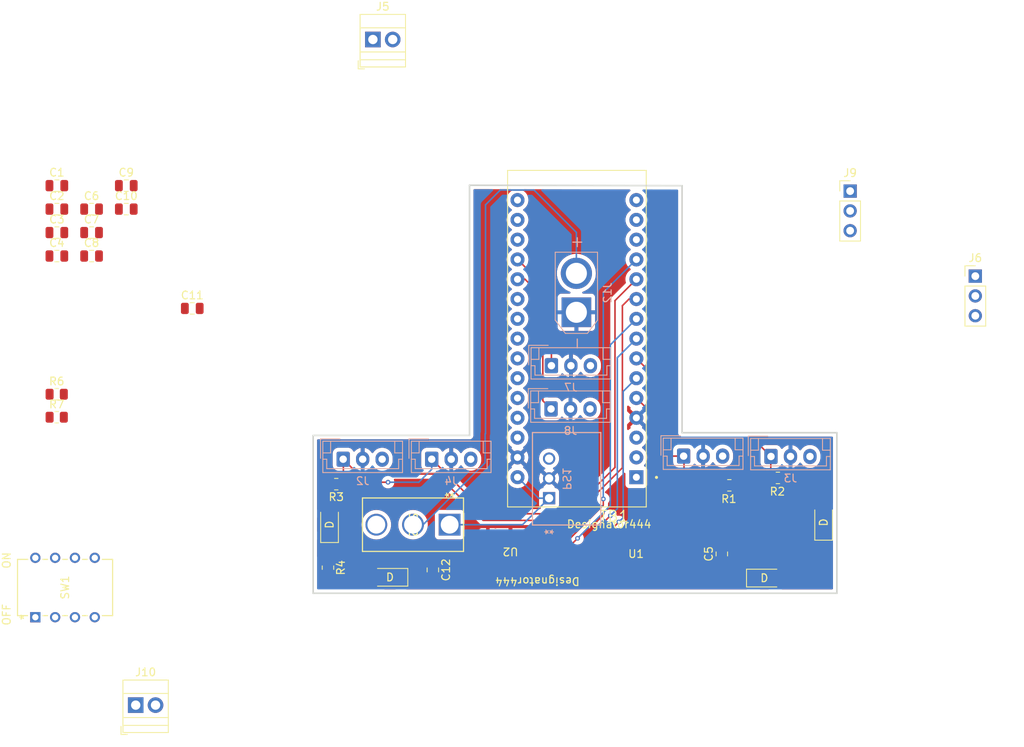
<source format=kicad_pcb>
(kicad_pcb (version 20240108) (generator "pcbnew") (generator_version "8.0")
  (layers (0 "F.Cu" signal) (31 "B.Cu" signal) (34 "B.Paste" user) (35 "F.Paste" user) (36 "B.SilkS" user "B.Silkscreen") (37 "F.SilkS" user "F.Silkscreen") (38 "B.Mask" user) (39 "F.Mask" user) (44 "Edge.Cuts" user))
  (net 0 "")
  (net 1 "GND")
  (net 2 "+12V")
  (net 3 "+5V")
  (net 4 "5v")
  (net 5 "Net-(U1-CPL)")
  (net 6 "Net-(U1-CPH)")
  (net 7 "Net-(U1-VCP)")
  (net 8 "Net-(U2-VCP)")
  (net 9 "Net-(U2-CPH)")
  (net 10 "Net-(U2-CPL)")
  (net 11 "Net-(D1-A)")
  (net 12 "Net-(D2-A)")
  (net 13 "Net-(D3-A)")
  (net 14 "Net-(D4-A)")
  (net 15 "S1")
  (net 16 "S3")
  (net 17 "S2")
  (net 18 "S4")
  (net 19 "Net-(J5-Pin_2)")
  (net 20 "Net-(J5-Pin_1)")
  (net 21 "Servo")
  (net 22 "LN1")
  (net 23 "LN2")
  (net 24 "ST")
  (net 25 "Net-(J10-Pin_2)")
  (net 26 "Net-(J10-Pin_1)")
  (net 27 "Net-(J12-Pin_2)")
  (net 28 "DIP2")
  (net 29 "DIP1")
  (net 37 "MOTOR1B")
  (net 40 "MOTOR2A")
  (net 41 "MOTOR1A")
  (net 43 "+3.3V")
  (net 46 "MOTOR2B")
  (footprint "Capacitor_SMD:C_0805_2012Metric" (layer "F.Cu") (at 233.7 110.3 90)
    (property "Reference" "C5" (at 0 -1.68 90) (layer "F.SilkS"))
    (property "Value" "0.022uF")
    (pad "1" smd roundrect (at -0.95 0 90) (size 1 1.45) (layers "F.Cu" "F.Paste" "F.Mask") (net 6 "Net-(U1-CPH)"))
    (pad "2" smd roundrect (at 0.95 0 90) (size 1 1.45) (layers "F.Cu" "F.Paste" "F.Mask") (net 5 "Net-(U1-CPL)"))
  )
  (footprint "LED_SMD:LED_1206_3216Metric" (layer "F.Cu") (at 191.15 113.3 180)
    (property "Reference" "D" (at 0 0 0) (layer "F.SilkS"))
    (property "Value" "LED")
    (pad "1" smd roundrect (at -1.4 0 180) (size 1.25 1.75) (layers "F.Cu" "F.Paste" "F.Mask") (roundrect_rratio 0.2) (net 1 "GND"))
    (pad "2" smd roundrect (at 1.4 0 180) (size 1.25 1.75) (layers "F.Cu" "F.Paste" "F.Mask") (roundrect_rratio 0.2) (net 14 "Net-(D4-A)"))
  )
  (footprint "LED_SMD:LED_1206_3216Metric" (layer "F.Cu") (at 239.15 113.4)
    (property "Reference" "D" (at 0 0 0) (layer "F.SilkS"))
    (property "Value" "LED")
    (pad "1" smd roundrect (at -1.4 0) (size 1.25 1.75) (layers "F.Cu" "F.Paste" "F.Mask") (roundrect_rratio 0.2) (net 1 "GND"))
    (pad "2" smd roundrect (at 1.4 0) (size 1.25 1.75) (layers "F.Cu" "F.Paste" "F.Mask") (roundrect_rratio 0.2) (net 11 "Net-(D1-A)"))
  )
  (footprint "Capacitor_SMD:C_0805_2012Metric" (layer "F.Cu") (at 152.89 66.06)
    (property "Reference" "C6" (at 0 -1.68 0) (layer "F.SilkS"))
    (property "Value" "0.1uF")
    (pad "1" smd roundrect (at -0.95 0) (size 1 1.45) (layers "F.Cu" "F.Paste" "F.Mask") (net 2 "+12V"))
    (pad "2" smd roundrect (at 0.95 0) (size 1 1.45) (layers "F.Cu" "F.Paste" "F.Mask") (net 1 "GND"))
  )
  (footprint "Capacitor_SMD:C_0805_2012Metric" (layer "F.Cu") (at 152.89 72.08)
    (property "Reference" "C8" (at 0 -1.68 0) (layer "F.SilkS"))
    (property "Value" "0.1uF")
    (pad "1" smd roundrect (at -0.95 0) (size 1 1.45) (layers "F.Cu" "F.Paste" "F.Mask") (net 1 "GND"))
    (pad "2" smd roundrect (at 0.95 0) (size 1 1.45) (layers "F.Cu" "F.Paste" "F.Mask") (net 2 "+12V"))
  )
  (footprint "Capacitor_SMD:C_0805_2012Metric" (layer "F.Cu") (at 157.34 63.05)
    (property "Reference" "C9" (at 0 -1.68 0) (layer "F.SilkS"))
    (property "Value" "0.1uF")
    (pad "1" smd roundrect (at -0.95 0) (size 1 1.45) (layers "F.Cu" "F.Paste" "F.Mask") (net 2 "+12V"))
    (pad "2" smd roundrect (at 0.95 0) (size 1 1.45) (layers "F.Cu" "F.Paste" "F.Mask") (net 1 "GND"))
  )
  (footprint "JOEJOE:DRV8874" (layer "F.Cu") (at 222.7 110.3)
    (property "Reference" "U1" (at 0 0 0) (layer "F.SilkS"))
    (property "Value" "DRV8874PWPR")
    (fp_text user "Designator444" (at -3.4544 -3.81 0) (layer "F.SilkS"))
    (pad "1" smd rect (at -2.899999 -2.274999 90) (size 0.449999 1.5) (layers "F.Cu" "F.Paste" "F.Mask") (net 41 "MOTOR1A"))
    (pad "2" smd rect (at -2.899999 -1.624998 90) (size 0.449999 1.5) (layers "F.Cu" "F.Paste" "F.Mask") (net 37 "MOTOR1B"))
    (pad "3" smd rect (at -2.899999 -0.974999 90) (size 0.449999 1.5) (layers "F.Cu" "F.Paste" "F.Mask") (net 3 "+5V"))
    (pad "4" smd rect (at -2.899999 -0.324998 90) (size 0.449999 1.5) (layers "F.Cu" "F.Paste" "F.Mask"))
    (pad "5" smd rect (at -2.899999 0.325001 90) (size 0.449999 1.5) (layers "F.Cu" "F.Paste" "F.Mask") (net 3 "+5V"))
    (pad "6" smd rect (at -2.899999 0.975002 90) (size 0.449999 1.5) (layers "F.Cu" "F.Paste" "F.Mask"))
    (pad "7" smd rect (at -2.899999 1.625001 90) (size 0.449999 1.5) (layers "F.Cu" "F.Paste" "F.Mask"))
    (pad "8" smd rect (at -2.899999 2.275002 90) (size 0.449999 1.5) (layers "F.Cu" "F.Paste" "F.Mask") (net 20 "Net-(J5-Pin_1)"))
    (pad "9" smd rect (at 2.899999 2.275002 90) (size 0.449999 1.5) (layers "F.Cu" "F.Paste" "F.Mask") (net 1 "GND"))
    (pad "10" smd rect (at 2.899999 1.625001 90) (size 0.449999 1.5) (layers "F.Cu" "F.Paste" "F.Mask") (net 19 "Net-(J5-Pin_2)"))
    (pad "11" smd rect (at 2.899999 0.975002 90) (size 0.449999 1.5) (layers "F.Cu" "F.Paste" "F.Mask") (net 2 "+12V"))
    (pad "12" smd rect (at 2.899999 0.325001 90) (size 0.449999 1.5) (layers "F.Cu" "F.Paste" "F.Mask") (net 7 "Net-(U1-VCP)"))
    (pad "13" smd rect (at 2.899999 -0.324998 90) (size 0.449999 1.5) (layers "F.Cu" "F.Paste" "F.Mask") (net 6 "Net-(U1-CPH)"))
    (pad "14" smd rect (at 2.899999 -0.974999 90) (size 0.449999 1.5) (layers "F.Cu" "F.Paste" "F.Mask") (net 5 "Net-(U1-CPL)"))
    (pad "15" smd rect (at 2.899999 -1.624998 90) (size 0.449999 1.5) (layers "F.Cu" "F.Paste" "F.Mask") (net 1 "GND"))
    (pad "16" smd rect (at 2.899999 -2.274999 90) (size 0.449999 1.5) (layers "F.Cu" "F.Paste" "F.Mask") (net 1 "GND"))
    (pad "17" smd rect (at 0 0) (size 3.400001 5) (layers "F.Cu" "F.Paste" "F.Mask") (net 1 "GND"))
  )
  (footprint "Resistor_SMD:R_0805_2012Metric" (layer "F.Cu") (at 240.8875 100.55)
    (property "Reference" "R2" (at -0.0625 1.75 360) (layer "F.SilkS"))
    (property "Value" "180")
    (pad "1" smd roundrect (at -0.9125 0) (size 1.025 1.4) (layers "F.Cu" "F.Paste" "F.Mask") (roundrect_rratio 0.243902) (net 17 "S2"))
    (pad "2" smd roundrect (at 0.9125 0) (size 1.025 1.4) (layers "F.Cu" "F.Paste" "F.Mask") (roundrect_rratio 0.243902) (net 12 "Net-(D2-A)"))
  )
  (footprint "LED_SMD:LED_1206_3216Metric" (layer "F.Cu") (at 246.75 106.25 90)
    (property "Reference" "D" (at 0 0 90) (layer "F.SilkS"))
    (property "Value" "LED")
    (pad "1" smd roundrect (at -1.4 0 90) (size 1.25 1.75) (layers "F.Cu" "F.Paste" "F.Mask") (roundrect_rratio 0.2) (net 1 "GND"))
    (pad "2" smd roundrect (at 1.4 0 90) (size 1.25 1.75) (layers "F.Cu" "F.Paste" "F.Mask") (roundrect_rratio 0.2) (net 12 "Net-(D2-A)"))
  )
  (footprint "Resistor_SMD:R_0805_2012Metric" (layer "F.Cu") (at 148.42 92.76)
    (property "Reference" "R7" (at 0 -1.65 0) (layer "F.SilkS"))
    (property "Value" "1k")
    (pad "1" smd roundrect (at -0.9125 0) (size 1.025 1.4) (layers "F.Cu" "F.Paste" "F.Mask") (roundrect_rratio 0.243902) (net 1 "GND"))
    (pad "2" smd roundrect (at 0.9125 0) (size 1.025 1.4) (layers "F.Cu" "F.Paste" "F.Mask") (roundrect_rratio 0.243902) (net 29 "DIP1"))
  )
  (footprint "Resistor_SMD:R_0805_2012Metric" (layer "F.Cu") (at 183.2 112.0625 -90)
    (property "Reference" "R4" (at 0 -1.65 90) (layer "F.SilkS"))
    (property "Value" "180")
    (pad "1" smd roundrect (at -0.9125 0 270) (size 1.025 1.4) (layers "F.Cu" "F.Paste" "F.Mask") (roundrect_rratio 0.243902) (net 18 "S4"))
    (pad "2" smd roundrect (at 0.9125 0 270) (size 1.025 1.4) (layers "F.Cu" "F.Paste" "F.Mask") (roundrect_rratio 0.243902) (net 14 "Net-(D4-A)"))
  )
  (footprint "Capacitor_SMD:C_0805_2012Metric" (layer "F.Cu") (at 148.44 69.07)
    (property "Reference" "C3" (at 0 -1.68 0) (layer "F.SilkS"))
    (property "Value" "10uF")
    (pad "1" smd roundrect (at -0.95 0) (size 1 1.45) (layers "F.Cu" "F.Paste" "F.Mask") (net 2 "+12V"))
    (pad "2" smd roundrect (at 0.95 0) (size 1 1.45) (layers "F.Cu" "F.Paste" "F.Mask") (net 1 "GND"))
  )
  (footprint "TerminalBlock:TerminalBlock_Xinya_XY308-2.54-2P_1x02_P2.54mm_Horizontal" (layer "F.Cu") (at 158.55 129.7)
    (property "Reference" "J10" (at 1.27 -4.22 0) (layer "F.SilkS"))
    (property "Value" "Screw_Terminal_01x02")
    (pad "1" thru_hole rect (at 0 0) (size 2 2) (drill 1.2) (layers "*.Cu" "*.Mask") (net 26 "Net-(J10-Pin_1)"))
    (pad "2" thru_hole circle (at 2.54 0) (size 2 2) (drill 1.2) (layers "*.Cu" "*.Mask") (net 25 "Net-(J10-Pin_2)"))
  )
  (footprint "Capacitor_SMD:C_0805_2012Metric" (layer "F.Cu") (at 152.89 69.07)
    (property "Reference" "C7" (at 0 -1.68 0) (layer "F.SilkS"))
    (property "Value" "0.1uF")
    (pad "1" smd roundrect (at -0.95 0) (size 1 1.45) (layers "F.Cu" "F.Paste" "F.Mask") (net 2 "+12V"))
    (pad "2" smd roundrect (at 0.95 0) (size 1 1.45) (layers "F.Cu" "F.Paste" "F.Mask") (net 7 "Net-(U1-VCP)"))
  )
  (footprint "JOEJOE:nano" (layer "F.Cu") (at 215.12 82.68 180)
    (property "Reference" "TB1" (at -4.755 -22.789 360) (layer "F.SilkS") (effects (font (size 1.4 1.4))))
    (property "Value" "ARDUINO_NANO")
    (pad "1" thru_hole rect (at -7.62 -17.78 180) (size 1.8 1.8) (drill 0.9) (layers "*.Cu" "*.Mask"))
    (pad "2" thru_hole circle (at -7.62 -15.24 180) (size 1.8 1.8) (drill 0.9) (layers "*.Cu" "*.Mask"))
    (pad "3" thru_hole circle (at -7.62 -12.7 180) (size 1.8 1.8) (drill 0.9) (layers "*.Cu" "*.Mask"))
    (pad "4" thru_hole circle (at -7.62 -10.16 180) (size 1.8 1.8) (drill 0.9) (layers "*.Cu" "*.Mask") (net 1 "GND"))
    (pad "5" thru_hole circle (at -7.62 -7.62 180) (size 1.8 1.8) (drill 0.9) (layers "*.Cu" "*.Mask") (net 15 "S1"))
    (pad "6" thru_hole circle (at -7.62 -5.08 180) (size 1.8 1.8) (drill 0.9) (layers "*.Cu" "*.Mask") (net 41 "MOTOR1A"))
    (pad "7" thru_hole circle (at -7.62 -2.54 180) (size 1.8 1.8) (drill 0.9) (layers "*.Cu" "*.Mask") (net 17 "S2"))
    (pad "8" thru_hole circle (at -7.62 0 180) (size 1.8 1.8) (drill 0.9) (layers "*.Cu" "*.Mask") (net 37 "MOTOR1B"))
    (pad "9" thru_hole circle (at -7.62 2.54 180) (size 1.8 1.8) (drill 0.9) (layers "*.Cu" "*.Mask") (net 40 "MOTOR2A"))
    (pad "10" thru_hole circle (at -7.62 5.08 180) (size 1.8 1.8) (drill 0.9) (layers "*.Cu" "*.Mask") (net 16 "S3"))
    (pad "11" thru_hole circle (at -7.62 7.62 180) (size 1.8 1.8) (drill 0.9) (layers "*.Cu" "*.Mask") (net 18 "S4"))
    (pad "12" thru_hole circle (at -7.62 10.16 180) (size 1.8 1.8) (drill 0.9) (layers "*.Cu" "*.Mask") (net 46 "MOTOR2B"))
    (pad "13" thru_hole circle (at -7.62 12.7 180) (size 1.8 1.8) (drill 0.9) (layers "*.Cu" "*.Mask") (net 24 "ST"))
    (pad "14" thru_hole circle (at -7.62 15.24 180) (size 1.8 1.8) (drill 0.9) (layers "*.Cu" "*.Mask"))
    (pad "15" thru_hole circle (at -7.62 17.78 180) (size 1.8 1.8) (drill 0.9) (layers "*.Cu" "*.Mask"))
    (pad "16" thru_hole circle (at 7.62 17.78 180) (size 1.8 1.8) (drill 0.9) (layers "*.Cu" "*.Mask"))
    (pad "17" thru_hole circle (at 7.62 15.24 180) (size 1.8 1.8) (drill 0.9) (layers "*.Cu" "*.Mask") (net 43 "+3.3V"))
    (pad "18" thru_hole circle (at 7.62 12.7 180) (size 1.8 1.8) (drill 0.9) (layers "*.Cu" "*.Mask"))
    (pad "19" thru_hole circle (at 7.62 10.16 180) (size 1.8 1.8) (drill 0.9) (layers "*.Cu" "*.Mask") (net 22 "LN1"))
    (pad "20" thru_hole circle (at 7.62 7.62 180) (size 1.8 1.8) (drill 0.9) (layers "*.Cu" "*.Mask") (net 23 "LN2"))
    (pad "21" thru_hole circle (at 7.62 5.08 180) (size 1.8 1.8) (drill 0.9) (layers "*.Cu" "*.Mask"))
    (pad "22" thru_hole circle (at 7.62 2.54 180) (size 1.8 1.8) (drill 0.9) (layers "*.Cu" "*.Mask"))
    (pad "23" thru_hole circle (at 7.62 0 180) (size 1.8 1.8) (drill 0.9) (layers "*.Cu" "*.Mask"))
    (pad "24" thru_hole circle (at 7.62 -2.54 180) (size 1.8 1.8) (drill 0.9) (layers "*.Cu" "*.Mask"))
    (pad "25" thru_hole circle (at 7.62 -5.08 180) (size 1.8 1.8) (drill 0.9) (layers "*.Cu" "*.Mask") (net 29 "DIP1"))
    (pad "26" thru_hole circle (at 7.62 -7.62 180) (size 1.8 1.8) (drill 0.9) (layers "*.Cu" "*.Mask") (net 28 "DIP2"))
    (pad "27" thru_hole circle (at 7.62 -10.16 180) (size 1.8 1.8) (drill 0.9) (layers "*.Cu" "*.Mask") (net 3 "+5V"))
    (pad "28" thru_hole circle (at 7.62 -12.7 180) (size 1.8 1.8) (drill 0.9) (layers "*.Cu" "*.Mask"))
    (pad "29" thru_hole circle (at 7.62 -15.24 180) (size 1.8 1.8) (drill 0.9) (layers "*.Cu" "*.Mask") (net 1 "GND"))
    (pad "30" thru_hole circle (at 7.62 -17.78 180) (size 1.8 1.8) (drill 0.9) (layers "*.Cu" "*.Mask") (net 2 "+12V"))
  )
  (footprint "Connector_PinHeader_2.54mm:PinHeader_1x03_P2.54mm_Vertical" (layer "F.Cu") (at 266.2 74.66)
    (property "Reference" "J6" (at 0 -2.33 0) (layer "F.SilkS"))
    (property "Value" "Conn_01x03_Pin")
    (pad "1" thru_hole rect (at 0 0) (size 1.7 1.7) (drill 1) (layers "*.Cu" "*.Mask") (net 21 "Servo"))
    (pad "2" thru_hole oval (at 0 2.54) (size 1.7 1.7) (drill 1) (layers "*.Cu" "*.Mask") (net 4 "5v"))
    (pad "3" thru_hole oval (at 0 5.08) (size 1.7 1.7) (drill 1) (layers "*.Cu" "*.Mask") (net 1 "GND"))
  )
  (footprint "JOEJOE:dip" (layer "F.Cu") (at 145.68 118.42 90)
    (property "Reference" "SW1" (at 3.81 3.81 90) (layer "F.SilkS"))
    (property "Value" "SW_DIP_x04")
    (fp_text user "*" (at 0 -1.4224 90) (layer "F.SilkS"))
    (fp_text user "*" (at 0 -1.4224 90) (layer "F.SilkS"))
    (fp_text user "OFF" (at 0.3302 -3.683 90) (layer "F.SilkS"))
    (fp_text user "ON" (at 7.2898 -3.683 90) (layer "F.SilkS"))
    (pad "1" thru_hole rect (at 0 0 90) (size 1.3208 1.3208) (drill 0.8128) (layers "*.Cu" "*.Mask") (net 4 "5v"))
    (pad "2" thru_hole circle (at 0 2.54 90) (size 1.3208 1.3208) (drill 0.8128) (layers "*.Cu" "*.Mask") (net 4 "5v"))
    (pad "3" thru_hole circle (at 0 5.08 90) (size 1.3208 1.3208) (drill 0.8128) (layers "*.Cu" "*.Mask"))
    (pad "4" thru_hole circle (at 0 7.62 90) (size 1.3208 1.3208) (drill 0.8128) (layers "*.Cu" "*.Mask"))
    (pad "5" thru_hole circle (at 7.62 7.62 90) (size 1.3208 1.3208) (drill 0.8128) (layers "*.Cu" "*.Mask"))
    (pad "6" thru_hole circle (at 7.62 5.08 90) (size 1.3208 1.3208) (drill 0.8128) (layers "*.Cu" "*.Mask"))
    (pad "7" thru_hole circle (at 7.62 2.54 90) (size 1.3208 1.3208) (drill 0.8128) (layers "*.Cu" "*.Mask") (net 29 "DIP1"))
    (pad "8" thru_hole circle (at 7.62 0 90) (size 1.3208 1.3208) (drill 0.8128) (layers "*.Cu" "*.Mask") (net 28 "DIP2"))
  )
  (footprint "Capacitor_SMD:C_0805_2012Metric" (layer "F.Cu") (at 157.34 66.06)
    (property "Reference" "C10" (at 0 -1.68 0) (layer "F.SilkS"))
    (property "Value" "0.1uF")
    (pad "1" smd roundrect (at -0.95 0) (size 1 1.45) (layers "F.Cu" "F.Paste" "F.Mask") (net 1 "GND"))
    (pad "2" smd roundrect (at 0.95 0) (size 1 1.45) (layers "F.Cu" "F.Paste" "F.Mask") (net 2 "+12V"))
  )
  (footprint "Resistor_SMD:R_0805_2012Metric" (layer "F.Cu") (at 184.2625 101.35 180)
    (property "Reference" "R3" (at 0 -1.65 360) (layer "F.SilkS"))
    (property "Value" "180")
    (pad "1" smd roundrect (at -0.9125 0 180) (size 1.025 1.4) (layers "F.Cu" "F.Paste" "F.Mask") (roundrect_rratio 0.243902) (net 16 "S3"))
    (pad "2" smd roundrect (at 0.9125 0 180) (size 1.025 1.4) (layers "F.Cu" "F.Paste" "F.Mask") (roundrect_rratio 0.243902) (net 13 "Net-(D3-A)"))
  )
  (footprint "Capacitor_SMD:C_0805_2012Metric" (layer "F.Cu") (at 148.44 63.05)
    (property "Reference" "C1" (at 0 -1.68 0) (layer "F.SilkS"))
    (property "Value" "0.1uF")
    (pad "1" smd roundrect (at -0.95 0) (size 1 1.45) (layers "F.Cu" "F.Paste" "F.Mask") (net 2 "+12V"))
    (pad "2" smd roundrect (at 0.95 0) (size 1 1.45) (layers "F.Cu" "F.Paste" "F.Mask") (net 1 "GND"))
  )
  (footprint "Capacitor_SMD:C_0805_2012Metric" (layer "F.Cu") (at 165.8 78.8)
    (property "Reference" "C11" (at 0 -1.68 0) (layer "F.SilkS"))
    (property "Value" "0.1uF")
    (pad "1" smd roundrect (at -0.95 0) (size 1 1.45) (layers "F.Cu" "F.Paste" "F.Mask") (net 2 "+12V"))
    (pad "2" smd roundrect (at 0.95 0) (size 1 1.45) (layers "F.Cu" "F.Paste" "F.Mask") (net 8 "Net-(U2-VCP)"))
  )
  (footprint "Resistor_SMD:R_0805_2012Metric" (layer "F.Cu") (at 234.6625 101.5)
    (property "Reference" "R1" (at -0.0625 1.75 360) (layer "F.SilkS"))
    (property "Value" "180")
    (pad "1" smd roundrect (at -0.9125 0) (size 1.025 1.4) (layers "F.Cu" "F.Paste" "F.Mask") (roundrect_rratio 0.243902) (net 15 "S1"))
    (pad "2" smd roundrect (at 0.9125 0) (size 1.025 1.4) (layers "F.Cu" "F.Paste" "F.Mask") (roundrect_rratio 0.243902) (net 11 "Net-(D1-A)"))
  )
  (footprint "Capacitor_SMD:C_0805_2012Metric" (layer "F.Cu") (at 148.44 66.06)
    (property "Reference" "C2" (at 0 -1.68 0) (layer "F.SilkS"))
    (property "Value" "0.1uF")
    (pad "1" smd roundrect (at -0.95 0) (size 1 1.45) (layers "F.Cu" "F.Paste" "F.Mask") (net 3 "+5V"))
    (pad "2" smd roundrect (at 0.95 0) (size 1 1.45) (layers "F.Cu" "F.Paste" "F.Mask") (net 1 "GND"))
  )
  (footprint "Capacitor_SMD:C_0805_2012Metric" (layer "F.Cu") (at 196.65 112.35 -90)
    (property "Reference" "C12" (at 0 -1.68 90) (layer "F.SilkS"))
    (property "Value" "0.022uF")
    (pad "1" smd roundrect (at -0.95 0 270) (size 1 1.45) (layers "F.Cu" "F.Paste" "F.Mask") (net 9 "Net-(U2-CPH)"))
    (pad "2" smd roundrect (at 0.95 0 270) (size 1 1.45) (layers "F.Cu" "F.Paste" "F.Mask") (net 10 "Net-(U2-CPL)"))
  )
  (footprint "LED_SMD:LED_1206_3216Metric" (layer "F.Cu") (at 183.4 106.55 90)
    (property "Reference" "D" (at 0 0 90) (layer "F.SilkS"))
    (property "Value" "LED")
    (pad "1" smd roundrect (at -1.4 0 90) (size 1.25 1.75) (layers "F.Cu" "F.Paste" "F.Mask") (roundrect_rratio 0.2) (net 1 "GND"))
    (pad "2" smd roundrect (at 1.4 0 90) (size 1.25 1.75) (layers "F.Cu" "F.Paste" "F.Mask") (roundrect_rratio 0.2) (net 13 "Net-(D3-A)"))
  )
  (footprint "TerminalBlock:TerminalBlock_Xinya_XY308-2.54-2P_1x02_P2.54mm_Horizontal" (layer "F.Cu") (at 188.96 44.3)
    (property "Reference" "J5" (at 1.27 -4.22 0) (layer "F.SilkS"))
    (property "Value" "Screw_Terminal_01x02")
    (pad "1" thru_hole rect (at 0 0) (size 2 2) (drill 1.2) (layers "*.Cu" "*.Mask") (net 20 "Net-(J5-Pin_1)"))
    (pad "2" thru_hole circle (at 2.54 0) (size 2 2) (drill 1.2) (layers "*.Cu" "*.Mask") (net 19 "Net-(J5-Pin_2)"))
  )
  (footprint "JOEJOE:realswitch" (layer "F.Cu") (at 198.8 106.55 -90)
    (property "Reference" "SW2" (at 0 4.699 -90) (layer "F.SilkS"))
    (property "Value" "SW_DPDT_x2")
    (fp_text user "*" (at -3.81 0 90) (layer "F.SilkS"))
    (fp_text user "*" (at -3.81 0 -90) (layer "F.SilkS"))
    (pad "1" thru_hole rect (at 0 0 270) (size 2.794 2.794) (drill 2.286) (layers "*.Cu" "*.Mask") (net 2 "+12V"))
    (pad "2" thru_hole circle (at 0 4.699 270) (size 2.794 2.794) (drill 2.286) (layers "*.Cu" "*.Mask") (net 27 "Net-(J12-Pin_2)"))
    (pad "3" thru_hole circle (at 0 9.398 270) (size 2.794 2.794) (drill 2.286) (layers "*.Cu" "*.Mask"))
  )
  (footprint "Connector_PinHeader_2.54mm:PinHeader_1x03_P2.54mm_Vertical" (layer "F.Cu") (at 250.15 63.75)
    (property "Reference" "J9" (at 0 -2.33 0) (layer "F.SilkS"))
    (property "Value" "Conn_01x03_Pin")
    (pad "1" thru_hole rect (at 0 0) (size 1.7 1.7) (drill 1) (layers "*.Cu" "*.Mask") (net 24 "ST"))
    (pad "2" thru_hole oval (at 0 2.54) (size 1.7 1.7) (drill 1) (layers "*.Cu" "*.Mask") (net 1 "GND"))
    (pad "3" thru_hole oval (at 0 5.08) (size 1.7 1.7) (drill 1) (layers "*.Cu" "*.Mask") (net 3 "+5V"))
  )
  (footprint "Resistor_SMD:R_0805_2012Metric" (layer "F.Cu") (at 148.42 89.81)
    (property "Reference" "R6" (at 0 -1.65 0) (layer "F.SilkS"))
    (property "Value" "1k")
    (pad "1" smd roundrect (at -0.9125 0) (size 1.025 1.4) (layers "F.Cu" "F.Paste" "F.Mask") (roundrect_rratio 0.243902) (net 1 "GND"))
    (pad "2" smd roundrect (at 0.9125 0) (size 1.025 1.4) (layers "F.Cu" "F.Paste" "F.Mask") (roundrect_rratio 0.243902) (net 28 "DIP2"))
  )
  (footprint "Capacitor_SMD:C_0805_2012Metric" (layer "F.Cu") (at 148.44 72.08)
    (property "Reference" "C4" (at 0 -1.68 0) (layer "F.SilkS"))
    (property "Value" "10uF")
    (pad "1" smd roundrect (at -0.95 0) (size 1 1.45) (layers "F.Cu" "F.Paste" "F.Mask") (net 4 "5v"))
    (pad "2" smd roundrect (at 0.95 0) (size 1 1.45) (layers "F.Cu" "F.Paste" "F.Mask") (net 1 "GND"))
  )
  (footprint "JOEJOE:DRV8874" (layer "F.Cu") (at 206.6 110 180)
    (property "Reference" "U2" (at 0 0 180) (layer "F.SilkS"))
    (property "Value" "DRV8874PWPR")
    (fp_text user "Designator444" (at -3.4544 -3.81 180) (layer "F.SilkS"))
    (pad "1" smd rect (at -2.899999 -2.274999 270) (size 0.449999 1.5) (layers "F.Cu" "F.Paste" "F.Mask") (net 40 "MOTOR2A"))
    (pad "2" smd rect (at -2.899999 -1.624998 270) (size 0.449999 1.5) (layers "F.Cu" "F.Paste" "F.Mask") (net 46 "MOTOR2B"))
    (pad "3" smd rect (at -2.899999 -0.974999 270) (size 0.449999 1.5) (layers "F.Cu" "F.Paste" "F.Mask") (net 3 "+5V"))
    (pad "4" smd rect (at -2.899999 -0.324998 270) (size 0.449999 1.5) (layers "F.Cu" "F.Paste" "F.Mask"))
    (pad "5" smd rect (at -2.899999 0.325001 270) (size 0.449999 1.5) (layers "F.Cu" "F.Paste" "F.Mask") (net 3 "+5V"))
    (pad "6" smd rect (at -2.899999 0.975002 270) (size 0.449999 1.5) (layers "F.Cu" "F.Paste" "F.Mask"))
    (pad "7" smd rect (at -2.899999 1.625001 270) (size 0.449999 1.5) (layers "F.Cu" "F.Paste" "F.Mask"))
    (pad "8" smd rect (at -2.899999 2.275002 270) (size 0.449999 1.5) (layers "F.Cu" "F.Paste" "F.Mask") (net 26 "Net-(J10-Pin_1)"))
    (pad "9" smd rect (at 2.899999 2.275002 270) (size 0.449999 1.5) (layers "F.Cu" "F.Paste" "F.Mask") (net 1 "GND"))
    (pad "10" smd rect (at 2.899999 1.625001 270) (size 0.449999 1.5) (layers "F.Cu" "F.Paste" "F.Mask") (net 25 "Net-(J10-Pin_2)"))
    (pad "11" smd rect (at 2.899999 0.975002 270) (size 0.449999 1.5) (layers "F.Cu" "F.Paste" "F.Mask") (net 2 "+12V"))
    (pad "12" smd rect (at 2.899999 0.325001 270) (size 0.449999 1.5) (layers "F.Cu" "F.Paste" "F.Mask") (net 8 "Net-(U2-VCP)"))
    (pad "13" smd rect (at 2.899999 -0.324998 270) (size 0.449999 1.5) (layers "F.Cu" "F.Paste" "F.Mask") (net 9 "Net-(U2-CPH)"))
    (pad "14" smd rect (at 2.899999 -0.974999 270) (size 0.449999 1.5) (layers "F.Cu" "F.Paste" "F.Mask") (net 10 "Net-(U2-CPL)"))
    (pad "15" smd rect (at 2.899999 -1.624998 270) (size 0.449999 1.5) (layers "F.Cu" "F.Paste" "F.Mask") (net 1 "GND"))
    (pad "16" smd rect (at 2.899999 -2.274999 270) (size 0.449999 1.5) (layers "F.Cu" "F.Paste" "F.Mask") (net 1 "GND"))
    (pad "17" smd rect (at 0 0 180) (size 3.400001 5) (layers "F.Cu" "F.Paste" "F.Mask") (net 1 "GND"))
  )
  (footprint "Connector_JST:JST_EH_B3B-EH-A_1x03_P2.50mm_Vertical" (layer "B.Cu") (at 240 97.8)
    (property "Reference" "J3" (at 2.5 2.8 360) (layer "B.SilkS") (effects (justify mirror)))
    (property "Value" "Screw3")
    (pad "1" thru_hole roundrect (at 0 0) (size 1.7 1.95) (drill 0.95) (layers "*.Cu" "*.Mask") (roundrect_rratio 0.147059) (net 17 "S2"))
    (pad "2" thru_hole oval (at 2.5 0) (size 1.7 1.95) (drill 0.95) (layers "*.Cu" "*.Mask") (net 1 "GND"))
    (pad "3" thru_hole oval (at 5 0) (size 1.7 1.95) (drill 0.95) (layers "*.Cu" "*.Mask") (net 4 "5v"))
  )
  (footprint "Connector_JST:JST_EH_B3B-EH-A_1x03_P2.50mm_Vertical" (layer "B.Cu") (at 196.5 98.15)
    (property "Reference" "J4" (at 2.5 2.8 360) (layer "B.SilkS") (effects (justify mirror)))
    (property "Value" "Screw3")
    (pad "1" thru_hole roundrect (at 0 0) (size 1.7 1.95) (drill 0.95) (layers "*.Cu" "*.Mask") (roundrect_rratio 0.147059) (net 18 "S4"))
    (pad "2" thru_hole oval (at 2.5 0) (size 1.7 1.95) (drill 0.95) (layers "*.Cu" "*.Mask") (net 1 "GND"))
    (pad "3" thru_hole oval (at 5 0) (size 1.7 1.95) (drill 0.95) (layers "*.Cu" "*.Mask") (net 4 "5v"))
  )
  (footprint "Connector_JST:JST_EH_B3B-EH-A_1x03_P2.50mm_Vertical" (layer "B.Cu") (at 211.8 91.7)
    (property "Reference" "J8" (at 2.5 2.8 360) (layer "B.SilkS") (effects (justify mirror)))
    (property "Value" "Screw3")
    (pad "1" thru_hole roundrect (at 0 0) (size 1.7 1.95) (drill 0.95) (layers "*.Cu" "*.Mask") (roundrect_rratio 0.147059) (net 23 "LN2"))
    (pad "2" thru_hole oval (at 2.5 0) (size 1.7 1.95) (drill 0.95) (layers "*.Cu" "*.Mask") (net 1 "GND"))
    (pad "3" thru_hole oval (at 5 0) (size 1.7 1.95) (drill 0.95) (layers "*.Cu" "*.Mask") (net 3 "+5V"))
  )
  (footprint "Connector_JST:JST_EH_B3B-EH-A_1x03_P2.50mm_Vertical" (layer "B.Cu") (at 185.15 98.15)
    (property "Reference" "J2" (at 2.5 2.8 360) (layer "B.SilkS") (effects (justify mirror)))
    (property "Value" "Screw3")
    (pad "1" thru_hole roundrect (at 0 0) (size 1.7 1.95) (drill 0.95) (layers "*.Cu" "*.Mask") (roundrect_rratio 0.147059) (net 16 "S3"))
    (pad "2" thru_hole oval (at 2.5 0) (size 1.7 1.95) (drill 0.95) (layers "*.Cu" "*.Mask") (net 1 "GND"))
    (pad "3" thru_hole oval (at 5 0) (size 1.7 1.95) (drill 0.95) (layers "*.Cu" "*.Mask") (net 4 "5v"))
  )
  (footprint "Connector_JST:JST_EH_B3B-EH-A_1x03_P2.50mm_Vertical" (layer "B.Cu") (at 211.85 86.15)
    (property "Reference" "J7" (at 2.5 2.8 0) (layer "B.SilkS") (effects (justify mirror)))
    (property "Value" "Screw3")
    (pad "1" thru_hole roundrect (at 0 0) (size 1.7 1.95) (drill 0.95) (layers "*.Cu" "*.Mask") (roundrect_rratio 0.147059) (net 22 "LN1"))
    (pad "2" thru_hole oval (at 2.5 0) (size 1.7 1.95) (drill 0.95) (layers "*.Cu" "*.Mask") (net 1 "GND"))
    (pad "3" thru_hole oval (at 5 0) (size 1.7 1.95) (drill 0.95) (layers "*.Cu" "*.Mask") (net 3 "+5V"))
  )
  (footprint "Connector_JST:JST_EH_B3B-EH-A_1x03_P2.50mm_Vertical" (layer "B.Cu") (at 228.8 97.75)
    (property "Reference" "J1" (hide yes))
    (property "Value" "Screw3")
    (pad "1" thru_hole roundrect (at 0 0) (size 1.7 1.95) (drill 0.95) (layers "*.Cu" "*.Mask") (roundrect_rratio 0.147059) (net 15 "S1"))
    (pad "2" thru_hole oval (at 2.5 0) (size 1.7 1.95) (drill 0.95) (layers "*.Cu" "*.Mask") (net 1 "GND"))
    (pad "3" thru_hole oval (at 5 0) (size 1.7 1.95) (drill 0.95) (layers "*.Cu" "*.Mask") (net 4 "5v"))
  )
  (footprint "Connector_AMASS:AMASS_XT30U-F_1x02_P5.0mm_Vertical" (layer "B.Cu") (at 215.05 79.3 90)
    (property "Reference" "J12" (at 2.5 4 90) (layer "B.SilkS") (effects (justify mirror)))
    (property "Value" "xt30")
    (fp_text user "+" (at 9 0 90) (layer "B.SilkS") (effects (font (size 1.5 1.5)) (justify mirror)))
    (fp_text user "-" (at -4 0 90) (layer "B.SilkS") (effects (font (size 1.5 1.5)) (justify mirror)))
    (pad "1" thru_hole rect (at 0 0 90) (size 3.8 3.8) (drill 2.7) (layers "*.Cu" "*.Mask") (net 1 "GND"))
    (pad "2" thru_hole circle (at 5 0 90) (size 4 4) (drill 2.7) (layers "*.Cu" "*.Mask") (net 27 "Net-(J12-Pin_2)"))
  )
  (footprint "JOEJOE:convertor" (layer "B.Cu") (at 211.55 103.15 90)
    (property "Reference" "PS1" (at 2.49 2.249932 -90) (layer "B.SilkS") (effects (justify mirror)))
    (property "Value" "P78E05-1000")
    (fp_text user "*" (at -4.3299 0 -90) (layer "B.SilkS") (effects (justify mirror)))
    (fp_text user "*" (at -4.3299 0 90) (layer "B.SilkS") (effects (justify mirror)))
    (pad "1" thru_hole rect (at 0 0 90) (size 1.5748 1.5748) (drill 1.0668) (layers "*.Cu" "*.Mask") (net 2 "+12V"))
    (pad "2" thru_hole circle (at 2.54 0 90) (size 1.5748 1.5748) (drill 1.0668) (layers "*.Cu" "*.Mask") (net 1 "GND"))
    (pad "3" thru_hole circle (at 5.08 0 90) (size 1.5748 1.5748) (drill 1.0668) (layers "*.Cu" "*.Mask") (net 4 "5v"))
  )
  (gr_line (start 248.45 115.35) (end 248.45 94.75) (stroke (width 0.2)) (layer "Edge.Cuts"))
  (gr_line (start 248.45 94.75) (end 228.6 94.75) (stroke (width 0.2)) (layer "Edge.Cuts"))
  (gr_line (start 201.35 95.1) (end 201.35 63) (stroke (width 0.2)) (layer "Edge.Cuts"))
  (gr_line (start 181.3 115.35) (end 248.45 115.35) (stroke (width 0.2)) (layer "Edge.Cuts"))
  (gr_line (start 201.35 63) (end 228.6 63.05) (stroke (width 0.2)) (layer "Edge.Cuts"))
  (gr_line (start 181.3 95.1) (end 201.35 95.1) (stroke (width 0.2)) (layer "Edge.Cuts"))
  (gr_line (start 228.6 94.75) (end 228.6 63.05) (stroke (width 0.2)) (layer "Edge.Cuts"))
  (gr_line (start 181.3 115.35) (end 181.3 95.1) (stroke (width 0.2)) (layer "Edge.Cuts"))
  (segment (start 208.15 106.55) (end 211.55 103.15) (width 0.2) (layer "B.Cu") (net 2))
  (segment (start 198.8 106.55) (end 208.15 106.55) (width 0.2) (layer "B.Cu") (net 2))
  (segment (start 210.19 103.15) (end 207.5 100.46) (width 0.2) (layer "B.Cu") (net 2))
  (segment (start 211.55 103.15) (end 210.19 103.15) (width 0.2) (layer "B.Cu") (net 2))
  (segment (start 233.675001 109.325001) (end 233.7 109.35) (width 0.2) (layer "F.Cu") (net 5))
  (segment (start 225.599999 109.325001) (end 233.675001 109.325001) (width 0.2) (layer "F.Cu") (net 5))
  (segment (start 225.599999 109.975002) (end 232.425002 109.975002) (width 0.2) (layer "F.Cu") (net 6))
  (segment (start 232.425002 109.975002) (end 233.7 111.25) (width 0.2) (layer "F.Cu") (net 6))
  (segment (start 197.725002 110.324998) (end 203.700001 110.324998) (width 0.2) (layer "F.Cu") (net 9))
  (segment (start 196.65 111.4) (end 197.725002 110.324998) (width 0.2) (layer "F.Cu") (net 9))
  (segment (start 198.975001 110.974999) (end 203.700001 110.974999) (width 0.2) (layer "F.Cu") (net 10))
  (segment (start 196.65 113.3) (end 198.975001 110.974999) (width 0.2) (layer "F.Cu") (net 10))
  (segment (start 240.6 113.35) (end 240.55 113.4) (width 0.2) (layer "F.Cu") (net 11))
  (segment (start 235.575 101.5) (end 240.6 106.525) (width 0.2) (layer "F.Cu") (net 11))
  (segment (start 240.6 106.525) (end 240.6 113.35) (width 0.2) (layer "F.Cu") (net 11))
  (segment (start 244.8 100.55) (end 246.75 102.5) (width 0.2) (layer "F.Cu") (net 12))
  (segment (start 246.75 102.5) (end 246.75 104.85) (width 0.2) (layer "F.Cu") (net 12))
  (segment (start 241.8 100.55) (end 244.8 100.55) (width 0.2) (layer "F.Cu") (net 12))
  (segment (start 183.4 105.15) (end 183.4 101.4) (width 0.2) (layer "F.Cu") (net 13))
  (segment (start 183.4 101.4) (end 183.35 101.35) (width 0.2) (layer "F.Cu") (net 13))
  (segment (start 189.425 112.975) (end 189.75 113.3) (width 0.2) (layer "F.Cu") (net 14))
  (segment (start 183.2 112.975) (end 189.425 112.975) (width 0.2) (layer "F.Cu") (net 14))
  (segment (start 226.95 97.75) (end 224.7 95.5) (width 0.2) (layer "F.Cu") (net 15))
  (segment (start 228.85 100.15) (end 228.85 97.8) (width 0.2) (layer "F.Cu") (net 15))
  (segment (start 230.2 101.5) (end 233.75 101.5) (width 0.2) (layer "F.Cu") (net 15))
  (segment (start 228.85 100.15) (end 230.2 101.5) (width 0.2) (layer "F.Cu") (net 15))
  (segment (start 228.8 97.75) (end 226.95 97.75) (width 0.2) (layer "F.Cu") (net 15))
  (segment (start 228.85 97.8) (end 228.8 97.75) (width 0.2) (layer "F.Cu") (net 15))
  (segment (start 224.7 95.5) (end 224.7 92.26) (width 0.2) (layer "F.Cu") (net 15))
  (segment (start 224.7 92.26) (end 222.74 90.3) (width 0.2) (layer "F.Cu") (net 15))
  (segment (start 197.15 100.05) (end 203.1 106) (width 0.2) (layer "F.Cu") (net 16))
  (segment (start 185.15 98.15) (end 187.05 100.05) (width 0.2) (layer "F.Cu") (net 16))
  (segment (start 220.95 78.45) (end 221.8 77.6) (width 0.2) (layer "F.Cu") (net 16))
  (segment (start 214.2 106) (end 220.95 99.25) (width 0.2) (layer "F.Cu") (net 16))
  (segment (start 203.1 106) (end 214.2 106) (width 0.2) (layer "F.Cu") (net 16))
  (segment (start 220.95 99.25) (end 220.95 78.45) (width 0.2) (layer "F.Cu") (net 16))
  (segment (start 185.175 101.35) (end 185.175 98.175) (width 0.2) (layer "F.Cu") (net 16))
  (segment (start 185.175 98.175) (end 185.15 98.15) (width 0.2) (layer "F.Cu") (net 16))
  (segment (start 221.8 77.6) (end 222.74 77.6) (width 0.2) (layer "F.Cu") (net 16))
  (segment (start 187.05 100.05) (end 197.15 100.05) (width 0.2) (layer "F.Cu") (net 16))
  (segment (start 238.15 95.95) (end 226.8 95.95) (width 0.2) (layer "F.Cu") (net 17))
  (segment (start 239.975 100.55) (end 239.975 97.825) (width 0.2) (layer "F.Cu") (net 17))
  (segment (start 225.8 94.95) (end 225.8 88.28) (width 0.2) (layer "F.Cu") (net 17))
  (segment (start 239.975 97.825) (end 240 97.8) (width 0.2) (layer "F.Cu") (net 17))
  (segment (start 226.8 95.95) (end 225.8 94.95) (width 0.2) (layer "F.Cu") (net 17))
  (segment (start 225.8 88.28) (end 222.74 85.22) (width 0.2) (layer "F.Cu") (net 17))
  (segment (start 240 97.8) (end 238.15 95.95) (width 0.2) (layer "F.Cu") (net 17))
  (segment (start 188.95 101.1) (end 185.35 104.7) (width 0.2) (layer "F.Cu") (net 18))
  (segment (start 190.9 101.1) (end 188.95 101.1) (width 0.2) (layer "F.Cu") (net 18))
  (segment (start 220 99.2) (end 214.05 105.15) (width 0.2) (layer "F.Cu") (net 18))
  (segment (start 203.5 105.15) (end 196.5 98.15) (width 0.2) (layer "F.Cu") (net 18))
  (segment (start 185.35 109) (end 183.2 111.15) (width 0.2) (layer "F.Cu") (net 18))
  (segment (start 222.74 75.06) (end 220 77.8) (width 0.2) (layer "F.Cu") (net 18))
  (segment (start 185.35 104.7) (end 185.35 109) (width 0.2) (layer "F.Cu") (net 18))
  (segment (start 220 77.8) (end 220 99.2) (width 0.2) (layer "F.Cu") (net 18))
  (segment (start 214.05 105.15) (end 203.5 105.15) (width 0.2) (layer "F.Cu") (net 18))
  (via (at 190.9 101.1) (size 0.6) (drill 0.3) (layers "F.Cu" "B.Cu") (net 18))
  (segment (start 196.5 98.15) (end 196.5 99.45) (width 0.2) (layer "B.Cu") (net 18))
  (segment (start 194.85 101.1) (end 190.9 101.1) (width 0.2) (layer "B.Cu") (net 18))
  (segment (start 196.5 99.45) (end 194.85 101.1) (width 0.2) (layer "B.Cu") (net 18))
  (segment (start 207.5 72.52) (end 211.85 76.87) (width 0.2) (layer "F.Cu") (net 22))
  (segment (start 211.85 76.87) (end 211.85 86.15) (width 0.2) (layer "F.Cu") (net 22))
  (segment (start 211.65 85.35) (end 212.45 86.15) (width 0.2) (layer "F.Cu") (net 22))
  (segment (start 207.5 75.06) (end 208.46 75.06) (width 0.2) (layer "F.Cu") (net 23))
  (segment (start 208.46 75.06) (end 210.75 77.35) (width 0.2) (layer "F.Cu") (net 23))
  (segment (start 210.75 90.65) (end 211.8 91.7) (width 0.2) (layer "F.Cu") (net 23))
  (segment (start 210.75 77.35) (end 210.75 90.65) (width 0.2) (layer "F.Cu") (net 23))
  (segment (start 215.05 74.3) (end 215.05 69.05) (width 0.2) (layer "B.Cu") (net 27))
  (segment (start 195.4 106.55) (end 194.101 106.55) (width 0.2) (layer "B.Cu") (net 27))
  (segment (start 215.05 69.05) (end 209.615166 63.615166) (width 0.2) (layer "B.Cu") (net 27))
  (segment (start 205.299803 63.607248) (end 203.4 65.507051) (width 0.2) (layer "B.Cu") (net 27))
  (segment (start 203.35 98.6) (end 195.4 106.55) (width 0.2) (layer "B.Cu") (net 27))
  (segment (start 203.4 65.507051) (end 203.4 94.85) (width 0.2) (layer "B.Cu") (net 27))
  (segment (start 203.4 94.85) (end 203.35 94.9) (width 0.2) (layer "B.Cu") (net 27))
  (segment (start 209.615166 63.615166) (end 205.299803 63.607248) (width 0.2) (layer "B.Cu") (net 27))
  (segment (start 203.35 94.9) (end 203.35 98.6) (width 0.2) (layer "B.Cu") (net 27))
  (segment (start 218.850001 108.675002) (end 219.800001 108.675002) (width 0.2) (layer "F.Cu") (net 37))
  (segment (start 218.25 108.075001) (end 218.850001 108.675002) (width 0.2) (layer "F.Cu") (net 37))
  (segment (start 219.4 105.4) (end 218.25 106.55) (width 0.2) (layer "F.Cu") (net 37))
  (segment (start 218.25 106.55) (end 218.25 108.075001) (width 0.2) (layer "F.Cu") (net 37))
  (via (at 219.4 105.4) (size 0.6) (drill 0.3) (layers "F.Cu" "B.Cu") (net 37))
  (segment (start 220.3 85.12) (end 222.74 82.68) (width 0.2) (layer "B.Cu") (net 37))
  (segment (start 220.3 104.5) (end 220.3 85.12) (width 0.2) (layer "B.Cu") (net 37))
  (segment (start 219.4 105.4) (end 220.3 104.5) (width 0.2) (layer "B.Cu") (net 37))
  (segment (start 215.2 108.3) (end 211.225001 112.274999) (width 0.2) (layer "F.Cu") (net 40))
  (segment (start 211.225001 112.274999) (end 209.499999 112.274999) (width 0.2) (layer "F.Cu") (net 40))
  (via (at 215.2 108.3) (size 0.6) (drill 0.3) (layers "F.Cu" "B.Cu") (net 40))
  (segment (start 215.2 108.3) (end 219.4 104.1) (width 0.2) (layer "B.Cu") (net 40))
  (segment (start 219.4 83.48) (end 222.74 80.14) (width 0.2) (layer "B.Cu") (net 40))
  (segment (start 219.4 104.1) (end 219.4 83.48) (width 0.2) (layer "B.Cu") (net 40))
  (segment (start 219.8 106.9) (end 219.8 108.025) (width 0.2) (layer "F.Cu") (net 41))
  (segment (start 219.8 108.025) (end 219.800001 108.025001) (width 0.2) (layer "F.Cu") (net 41))
  (segment (start 220.5 106.2) (end 219.8 106.9) (width 0.2) (layer "F.Cu") (net 41))
  (via (at 220.5 106.2) (size 0.6) (drill 0.3) (layers "F.Cu" "B.Cu") (net 41))
  (segment (start 221.05 105.65) (end 221.05 89.45) (width 0.2) (layer "B.Cu") (net 41))
  (segment (start 221.05 89.45) (end 222.74 87.76) (width 0.2) (layer "B.Cu") (net 41))
  (segment (start 220.5 106.2) (end 221.05 105.65) (width 0.2) (layer "B.Cu") (net 41))
  (segment (start 218.5 103.25) (end 218.5 104.05) (width 0.2) (layer "F.Cu") (net 46))
  (segment (start 218.5 104.05) (end 210.925002 111.624998) (width 0.2) (layer "F.Cu") (net 46))
  (segment (start 210.925002 111.624998) (end 209.499999 111.624998) (width 0.2) (layer "F.Cu") (net 46))
  (via (at 218.5 103.25) (size 0.6) (drill 0.3) (layers "F.Cu" "B.Cu") (net 46))
  (segment (start 218.5 103.25) (end 218.5 76.76) (width 0.2) (layer "B.Cu") (net 46))
  (segment (start 218.5 76.76) (end 222.74 72.52) (width 0.2) (layer "B.Cu") (net 46))
  (zone (net 1) (net_name "GND") (layers "F&B.Cu") (connect_pads (clearance 0.5)) (min_thickness 0.25) (fill yes (thermal_gap 0.5) (thermal_bridge_width 0.5))
    (polygon (pts (xy 228.6 94.75) (xy 248.45 94.75) (xy 248.45 115.35) (xy 181.3 115.35) (xy 181.3 95.1) (xy 201.35 95.1) (xy 201.35 63) (xy 228.6 63.05)))
  )
)
</source>
